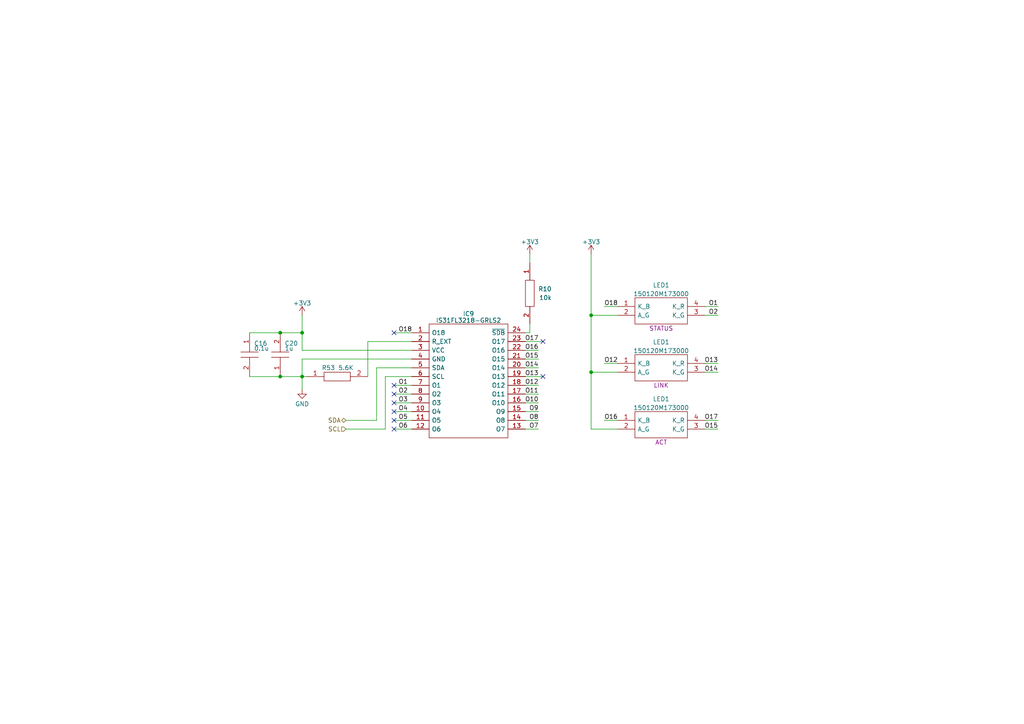
<source format=kicad_sch>
(kicad_sch (version 20230121) (generator eeschema)

  (uuid 58a64660-cce6-45a8-8aff-87ca4a7eb9d6)

  (paper "A4")

  (title_block
    (title "Oro Link")
    (date "2023-05-03")
    (rev "4")
    (company "Oro Operating System")
    (comment 1 "://oro.sh")
    (comment 2 "Joshua Lee Junon")
  )

  (lib_symbols
    (symbol "SamacSys_Parts:0603YD105KAT2A" (pin_names (offset 0.762)) (in_bom yes) (on_board yes)
      (property "Reference" "C" (at 8.89 6.35 0)
        (effects (font (size 1.27 1.27)) (justify left))
      )
      (property "Value" "0603YD105KAT2A" (at 8.89 3.81 0)
        (effects (font (size 1.27 1.27)) (justify left))
      )
      (property "Footprint" "CAPC1608X90N" (at 8.89 1.27 0)
        (effects (font (size 1.27 1.27)) (justify left) hide)
      )
      (property "Datasheet" "http://datasheets.avx.com/cx5r.pdf" (at 8.89 -1.27 0)
        (effects (font (size 1.27 1.27)) (justify left) hide)
      )
      (property "Description" "AVX 1uF  /-10% 16 V dc X5R Dielectric SMD Ceramic Multilayer Capacitor 0603" (at 8.89 -3.81 0)
        (effects (font (size 1.27 1.27)) (justify left) hide)
      )
      (property "Height" "0.9" (at 8.89 -6.35 0)
        (effects (font (size 1.27 1.27)) (justify left) hide)
      )
      (property "Manufacturer_Name" "AVX" (at 8.89 -8.89 0)
        (effects (font (size 1.27 1.27)) (justify left) hide)
      )
      (property "Manufacturer_Part_Number" "0603YD105KAT2A" (at 8.89 -11.43 0)
        (effects (font (size 1.27 1.27)) (justify left) hide)
      )
      (property "Mouser Part Number" "581-0603YD105K" (at 8.89 -13.97 0)
        (effects (font (size 1.27 1.27)) (justify left) hide)
      )
      (property "Mouser Price/Stock" "https://www.mouser.co.uk/ProductDetail/AVX/0603YD105KAT2A?qs=Gc704lYbI0yxwip%252B5td8dA%3D%3D" (at 8.89 -16.51 0)
        (effects (font (size 1.27 1.27)) (justify left) hide)
      )
      (property "Arrow Part Number" "0603YD105KAT2A" (at 8.89 -19.05 0)
        (effects (font (size 1.27 1.27)) (justify left) hide)
      )
      (property "Arrow Price/Stock" "https://www.arrow.com/en/products/0603yd105kat2a/avx" (at 8.89 -21.59 0)
        (effects (font (size 1.27 1.27)) (justify left) hide)
      )
      (property "ki_description" "AVX 1uF  /-10% 16 V dc X5R Dielectric SMD Ceramic Multilayer Capacitor 0603" (at 0 0 0)
        (effects (font (size 1.27 1.27)) hide)
      )
      (symbol "0603YD105KAT2A_0_0"
        (pin passive line (at 0 0 0) (length 5.08)
          (name "~" (effects (font (size 1.27 1.27))))
          (number "1" (effects (font (size 1.27 1.27))))
        )
        (pin passive line (at 12.7 0 180) (length 5.08)
          (name "~" (effects (font (size 1.27 1.27))))
          (number "2" (effects (font (size 1.27 1.27))))
        )
      )
      (symbol "0603YD105KAT2A_0_1"
        (polyline
          (pts
            (xy 5.08 0)
            (xy 5.588 0)
          )
          (stroke (width 0.1524) (type solid))
          (fill (type none))
        )
        (polyline
          (pts
            (xy 5.588 2.54)
            (xy 5.588 -2.54)
          )
          (stroke (width 0.1524) (type solid))
          (fill (type none))
        )
        (polyline
          (pts
            (xy 7.112 0)
            (xy 7.62 0)
          )
          (stroke (width 0.1524) (type solid))
          (fill (type none))
        )
        (polyline
          (pts
            (xy 7.112 2.54)
            (xy 7.112 -2.54)
          )
          (stroke (width 0.1524) (type solid))
          (fill (type none))
        )
      )
    )
    (symbol "SamacSys_Parts:150120M173000" (pin_names (offset 0.762)) (in_bom yes) (on_board yes)
      (property "Reference" "LED" (at 21.59 7.62 0)
        (effects (font (size 1.27 1.27)) (justify left))
      )
      (property "Value" "150120M173000" (at 21.59 5.08 0)
        (effects (font (size 1.27 1.27)) (justify left))
      )
      (property "Footprint" "150120M173000" (at 21.59 2.54 0)
        (effects (font (size 1.27 1.27)) (justify left) hide)
      )
      (property "Datasheet" "https://www.we-online.com/catalog/datasheet/150120M173000.pdf" (at 21.59 0 0)
        (effects (font (size 1.27 1.27)) (justify left) hide)
      )
      (property "Description" "Standard LEDs - SMD WL-SFCW SMT Full-color Chip LED waterclear 1206 RGB" (at 21.59 -2.54 0)
        (effects (font (size 1.27 1.27)) (justify left) hide)
      )
      (property "Height" "0.85" (at 21.59 -5.08 0)
        (effects (font (size 1.27 1.27)) (justify left) hide)
      )
      (property "Manufacturer_Name" "Wurth Elektronik" (at 21.59 -7.62 0)
        (effects (font (size 1.27 1.27)) (justify left) hide)
      )
      (property "Manufacturer_Part_Number" "150120M173000" (at 21.59 -10.16 0)
        (effects (font (size 1.27 1.27)) (justify left) hide)
      )
      (property "Mouser Part Number" "710-150120M173000" (at 21.59 -12.7 0)
        (effects (font (size 1.27 1.27)) (justify left) hide)
      )
      (property "Mouser Price/Stock" "https://www.mouser.co.uk/ProductDetail/Wurth-Elektronik/150120M173000?qs=GedFDFLaBXG2uqjQCP7dEg%3D%3D" (at 21.59 -15.24 0)
        (effects (font (size 1.27 1.27)) (justify left) hide)
      )
      (property "Arrow Part Number" "" (at 21.59 -17.78 0)
        (effects (font (size 1.27 1.27)) (justify left) hide)
      )
      (property "Arrow Price/Stock" "" (at 21.59 -20.32 0)
        (effects (font (size 1.27 1.27)) (justify left) hide)
      )
      (property "Mouser Testing Part Number" "" (at 21.59 -22.86 0)
        (effects (font (size 1.27 1.27)) (justify left) hide)
      )
      (property "Mouser Testing Price/Stock" "" (at 21.59 -25.4 0)
        (effects (font (size 1.27 1.27)) (justify left) hide)
      )
      (property "ki_description" "Standard LEDs - SMD WL-SFCW SMT Full-color Chip LED waterclear 1206 RGB" (at 0 0 0)
        (effects (font (size 1.27 1.27)) hide)
      )
      (symbol "150120M173000_0_0"
        (pin passive line (at 0 0 0) (length 5.08)
          (name "K_B" (effects (font (size 1.27 1.27))))
          (number "1" (effects (font (size 1.27 1.27))))
        )
        (pin passive line (at 0 -2.54 0) (length 5.08)
          (name "A_G" (effects (font (size 1.27 1.27))))
          (number "2" (effects (font (size 1.27 1.27))))
        )
        (pin passive line (at 25.4 -2.54 180) (length 5.08)
          (name "K_G" (effects (font (size 1.27 1.27))))
          (number "3" (effects (font (size 1.27 1.27))))
        )
        (pin passive line (at 25.4 0 180) (length 5.08)
          (name "K_R" (effects (font (size 1.27 1.27))))
          (number "4" (effects (font (size 1.27 1.27))))
        )
      )
      (symbol "150120M173000_0_1"
        (polyline
          (pts
            (xy 5.08 2.54)
            (xy 20.32 2.54)
            (xy 20.32 -5.08)
            (xy 5.08 -5.08)
            (xy 5.08 2.54)
          )
          (stroke (width 0.1524) (type default))
          (fill (type none))
        )
      )
    )
    (symbol "SamacSys_Parts:CRGP0402F5K6" (pin_names (offset 0.762)) (in_bom yes) (on_board yes)
      (property "Reference" "R" (at 13.97 6.35 0)
        (effects (font (size 1.27 1.27)) (justify left))
      )
      (property "Value" "CRGP0402F5K6" (at 13.97 3.81 0)
        (effects (font (size 1.27 1.27)) (justify left))
      )
      (property "Footprint" "RESC1105X40N" (at 13.97 1.27 0)
        (effects (font (size 1.27 1.27)) (justify left) hide)
      )
      (property "Datasheet" "https://www.mouser.de/datasheet/2/418/8/ENG_DS_9_1773463_9_B-1358566.pdf" (at 13.97 -1.27 0)
        (effects (font (size 1.27 1.27)) (justify left) hide)
      )
      (property "Description" "5.6k 0402 Thick Film Resistor +/-1% 0.12W CRGP0402F5K6" (at 13.97 -3.81 0)
        (effects (font (size 1.27 1.27)) (justify left) hide)
      )
      (property "Height" "0.4" (at 13.97 -6.35 0)
        (effects (font (size 1.27 1.27)) (justify left) hide)
      )
      (property "Manufacturer_Name" "TE Connectivity" (at 13.97 -8.89 0)
        (effects (font (size 1.27 1.27)) (justify left) hide)
      )
      (property "Manufacturer_Part_Number" "CRGP0402F5K6" (at 13.97 -11.43 0)
        (effects (font (size 1.27 1.27)) (justify left) hide)
      )
      (property "Mouser Part Number" "" (at 13.97 -13.97 0)
        (effects (font (size 1.27 1.27)) (justify left) hide)
      )
      (property "Mouser Price/Stock" "" (at 13.97 -16.51 0)
        (effects (font (size 1.27 1.27)) (justify left) hide)
      )
      (property "Arrow Part Number" "" (at 13.97 -19.05 0)
        (effects (font (size 1.27 1.27)) (justify left) hide)
      )
      (property "Arrow Price/Stock" "" (at 13.97 -21.59 0)
        (effects (font (size 1.27 1.27)) (justify left) hide)
      )
      (property "ki_description" "5.6k 0402 Thick Film Resistor +/-1% 0.12W CRGP0402F5K6" (at 0 0 0)
        (effects (font (size 1.27 1.27)) hide)
      )
      (symbol "CRGP0402F5K6_0_0"
        (pin passive line (at 0 0 0) (length 5.08)
          (name "~" (effects (font (size 1.27 1.27))))
          (number "1" (effects (font (size 1.27 1.27))))
        )
        (pin passive line (at 17.78 0 180) (length 5.08)
          (name "~" (effects (font (size 1.27 1.27))))
          (number "2" (effects (font (size 1.27 1.27))))
        )
      )
      (symbol "CRGP0402F5K6_0_1"
        (polyline
          (pts
            (xy 5.08 1.27)
            (xy 12.7 1.27)
            (xy 12.7 -1.27)
            (xy 5.08 -1.27)
            (xy 5.08 1.27)
          )
          (stroke (width 0.1524) (type solid))
          (fill (type none))
        )
      )
    )
    (symbol "SamacSys_Parts:IS31FL3218-GRLS2" (pin_names (offset 0.762)) (in_bom yes) (on_board yes)
      (property "Reference" "IC" (at 29.21 7.62 0)
        (effects (font (size 1.27 1.27)) (justify left))
      )
      (property "Value" "IS31FL3218-GRLS2" (at 29.21 5.08 0)
        (effects (font (size 1.27 1.27)) (justify left))
      )
      (property "Footprint" "SOIC127P1036X265-24N" (at 29.21 2.54 0)
        (effects (font (size 1.27 1.27)) (justify left) hide)
      )
      (property "Datasheet" "https://www.mouser.de/datasheet/2/198/IS31FL3218_DS-1949531.pdf" (at 29.21 0 0)
        (effects (font (size 1.27 1.27)) (justify left) hide)
      )
      (property "Description" "IC LED DRIVER 18CH CC PWM 24SOIC" (at 29.21 -2.54 0)
        (effects (font (size 1.27 1.27)) (justify left) hide)
      )
      (property "Height" "2.65" (at 29.21 -5.08 0)
        (effects (font (size 1.27 1.27)) (justify left) hide)
      )
      (property "Manufacturer_Name" "Lumissil" (at 29.21 -7.62 0)
        (effects (font (size 1.27 1.27)) (justify left) hide)
      )
      (property "Manufacturer_Part_Number" "IS31FL3218-GRLS2" (at 29.21 -10.16 0)
        (effects (font (size 1.27 1.27)) (justify left) hide)
      )
      (property "Mouser Part Number" "" (at 29.21 -12.7 0)
        (effects (font (size 1.27 1.27)) (justify left) hide)
      )
      (property "Mouser Price/Stock" "" (at 29.21 -15.24 0)
        (effects (font (size 1.27 1.27)) (justify left) hide)
      )
      (property "Arrow Part Number" "" (at 29.21 -17.78 0)
        (effects (font (size 1.27 1.27)) (justify left) hide)
      )
      (property "Arrow Price/Stock" "" (at 29.21 -20.32 0)
        (effects (font (size 1.27 1.27)) (justify left) hide)
      )
      (property "ki_description" "IC LED DRIVER 18CH CC PWM 24SOIC" (at 0 0 0)
        (effects (font (size 1.27 1.27)) hide)
      )
      (symbol "IS31FL3218-GRLS2_0_0"
        (pin passive line (at 0 0 0) (length 5.08)
          (name "O18" (effects (font (size 1.27 1.27))))
          (number "1" (effects (font (size 1.27 1.27))))
        )
        (pin passive line (at 0 -22.86 0) (length 5.08)
          (name "O4" (effects (font (size 1.27 1.27))))
          (number "10" (effects (font (size 1.27 1.27))))
        )
        (pin passive line (at 0 -25.4 0) (length 5.08)
          (name "O5" (effects (font (size 1.27 1.27))))
          (number "11" (effects (font (size 1.27 1.27))))
        )
        (pin passive line (at 0 -27.94 0) (length 5.08)
          (name "O6" (effects (font (size 1.27 1.27))))
          (number "12" (effects (font (size 1.27 1.27))))
        )
        (pin passive line (at 33.02 -27.94 180) (length 5.08)
          (name "O7" (effects (font (size 1.27 1.27))))
          (number "13" (effects (font (size 1.27 1.27))))
        )
        (pin passive line (at 33.02 -25.4 180) (length 5.08)
          (name "O8" (effects (font (size 1.27 1.27))))
          (number "14" (effects (font (size 1.27 1.27))))
        )
        (pin passive line (at 33.02 -22.86 180) (length 5.08)
          (name "O9" (effects (font (size 1.27 1.27))))
          (number "15" (effects (font (size 1.27 1.27))))
        )
        (pin passive line (at 33.02 -20.32 180) (length 5.08)
          (name "O10" (effects (font (size 1.27 1.27))))
          (number "16" (effects (font (size 1.27 1.27))))
        )
        (pin passive line (at 33.02 -17.78 180) (length 5.08)
          (name "O11" (effects (font (size 1.27 1.27))))
          (number "17" (effects (font (size 1.27 1.27))))
        )
        (pin passive line (at 33.02 -15.24 180) (length 5.08)
          (name "O12" (effects (font (size 1.27 1.27))))
          (number "18" (effects (font (size 1.27 1.27))))
        )
        (pin passive line (at 33.02 -12.7 180) (length 5.08)
          (name "O13" (effects (font (size 1.27 1.27))))
          (number "19" (effects (font (size 1.27 1.27))))
        )
        (pin passive line (at 0 -2.54 0) (length 5.08)
          (name "R_EXT" (effects (font (size 1.27 1.27))))
          (number "2" (effects (font (size 1.27 1.27))))
        )
        (pin passive line (at 33.02 -10.16 180) (length 5.08)
          (name "O14" (effects (font (size 1.27 1.27))))
          (number "20" (effects (font (size 1.27 1.27))))
        )
        (pin passive line (at 33.02 -7.62 180) (length 5.08)
          (name "O15" (effects (font (size 1.27 1.27))))
          (number "21" (effects (font (size 1.27 1.27))))
        )
        (pin passive line (at 33.02 -5.08 180) (length 5.08)
          (name "O16" (effects (font (size 1.27 1.27))))
          (number "22" (effects (font (size 1.27 1.27))))
        )
        (pin passive line (at 33.02 -2.54 180) (length 5.08)
          (name "O17" (effects (font (size 1.27 1.27))))
          (number "23" (effects (font (size 1.27 1.27))))
        )
        (pin input line (at 33.02 0 180) (length 5.08)
          (name "~{SDB}" (effects (font (size 1.27 1.27))))
          (number "24" (effects (font (size 1.27 1.27))))
        )
        (pin power_in line (at 0 -5.08 0) (length 5.08)
          (name "VCC" (effects (font (size 1.27 1.27))))
          (number "3" (effects (font (size 1.27 1.27))))
        )
        (pin power_in line (at 0 -7.62 0) (length 5.08)
          (name "GND" (effects (font (size 1.27 1.27))))
          (number "4" (effects (font (size 1.27 1.27))))
        )
        (pin bidirectional line (at 0 -10.16 0) (length 5.08)
          (name "SDA" (effects (font (size 1.27 1.27))))
          (number "5" (effects (font (size 1.27 1.27))))
        )
        (pin input line (at 0 -12.7 0) (length 5.08)
          (name "SCL" (effects (font (size 1.27 1.27))))
          (number "6" (effects (font (size 1.27 1.27))))
        )
        (pin passive line (at 0 -15.24 0) (length 5.08)
          (name "O1" (effects (font (size 1.27 1.27))))
          (number "7" (effects (font (size 1.27 1.27))))
        )
        (pin passive line (at 0 -17.78 0) (length 5.08)
          (name "O2" (effects (font (size 1.27 1.27))))
          (number "8" (effects (font (size 1.27 1.27))))
        )
        (pin passive line (at 0 -20.32 0) (length 5.08)
          (name "O3" (effects (font (size 1.27 1.27))))
          (number "9" (effects (font (size 1.27 1.27))))
        )
      )
      (symbol "IS31FL3218-GRLS2_0_1"
        (polyline
          (pts
            (xy 5.08 2.54)
            (xy 27.94 2.54)
            (xy 27.94 -30.48)
            (xy 5.08 -30.48)
            (xy 5.08 2.54)
          )
          (stroke (width 0.1524) (type solid))
          (fill (type none))
        )
      )
    )
    (symbol "SamacSys_Parts:MSAST1L3YB5104KFNA01" (pin_names (offset 0.762)) (in_bom yes) (on_board yes)
      (property "Reference" "C" (at 8.89 6.35 0)
        (effects (font (size 1.27 1.27)) (justify left))
      )
      (property "Value" "MSAST1L3YB5104KFNA01" (at 8.89 3.81 0)
        (effects (font (size 1.27 1.27)) (justify left))
      )
      (property "Footprint" "CAPC1005X33N" (at 8.89 1.27 0)
        (effects (font (size 1.27 1.27)) (justify left) hide)
      )
      (property "Datasheet" "https://www.mouser.de/datasheet/2/396/TaiyoYuden_MSAST1L3YB5104KFNA01_SS-3009733.pdf" (at 8.89 -1.27 0)
        (effects (font (size 1.27 1.27)) (justify left) hide)
      )
      (property "Description" "Multilayer Ceramic Capacitors MLCC - SMD/SMT 0402 25VDC 0.1uF 10% X5R" (at 8.89 -3.81 0)
        (effects (font (size 1.27 1.27)) (justify left) hide)
      )
      (property "Height" "0.33" (at 8.89 -6.35 0)
        (effects (font (size 1.27 1.27)) (justify left) hide)
      )
      (property "Manufacturer_Name" "TAIYO YUDEN" (at 8.89 -8.89 0)
        (effects (font (size 1.27 1.27)) (justify left) hide)
      )
      (property "Manufacturer_Part_Number" "MSAST1L3YB5104KFNA01" (at 8.89 -11.43 0)
        (effects (font (size 1.27 1.27)) (justify left) hide)
      )
      (property "Mouser Part Number" "" (at 8.89 -13.97 0)
        (effects (font (size 1.27 1.27)) (justify left) hide)
      )
      (property "Mouser Price/Stock" "" (at 8.89 -16.51 0)
        (effects (font (size 1.27 1.27)) (justify left) hide)
      )
      (property "Arrow Part Number" "" (at 8.89 -19.05 0)
        (effects (font (size 1.27 1.27)) (justify left) hide)
      )
      (property "Arrow Price/Stock" "" (at 8.89 -21.59 0)
        (effects (font (size 1.27 1.27)) (justify left) hide)
      )
      (property "ki_description" "Multilayer Ceramic Capacitors MLCC - SMD/SMT 0402 25VDC 0.1uF 10% X5R" (at 0 0 0)
        (effects (font (size 1.27 1.27)) hide)
      )
      (symbol "MSAST1L3YB5104KFNA01_0_0"
        (pin passive line (at 0 0 0) (length 5.08)
          (name "~" (effects (font (size 1.27 1.27))))
          (number "1" (effects (font (size 1.27 1.27))))
        )
        (pin passive line (at 12.7 0 180) (length 5.08)
          (name "~" (effects (font (size 1.27 1.27))))
          (number "2" (effects (font (size 1.27 1.27))))
        )
      )
      (symbol "MSAST1L3YB5104KFNA01_0_1"
        (polyline
          (pts
            (xy 5.08 0)
            (xy 5.588 0)
          )
          (stroke (width 0.1524) (type solid))
          (fill (type none))
        )
        (polyline
          (pts
            (xy 5.588 2.54)
            (xy 5.588 -2.54)
          )
          (stroke (width 0.1524) (type solid))
          (fill (type none))
        )
        (polyline
          (pts
            (xy 7.112 0)
            (xy 7.62 0)
          )
          (stroke (width 0.1524) (type solid))
          (fill (type none))
        )
        (polyline
          (pts
            (xy 7.112 2.54)
            (xy 7.112 -2.54)
          )
          (stroke (width 0.1524) (type solid))
          (fill (type none))
        )
      )
    )
    (symbol "SamacSys_Parts:RK73H1ETTP1002F" (pin_names (offset 0.762)) (in_bom yes) (on_board yes)
      (property "Reference" "R" (at 13.97 6.35 0)
        (effects (font (size 1.27 1.27)) (justify left))
      )
      (property "Value" "RK73H1ETTP1002F" (at 13.97 3.81 0)
        (effects (font (size 1.27 1.27)) (justify left))
      )
      (property "Footprint" "RESC1005X40N" (at 13.97 1.27 0)
        (effects (font (size 1.27 1.27)) (justify left) hide)
      )
      (property "Datasheet" "http://www.koaspeer.com/catimages/Products/RK73-RT/RK73-RT.pdf" (at 13.97 -1.27 0)
        (effects (font (size 1.27 1.27)) (justify left) hide)
      )
      (property "Description" "Resistor,ThickFilm1005,0.063W,10kohm" (at 13.97 -3.81 0)
        (effects (font (size 1.27 1.27)) (justify left) hide)
      )
      (property "Height" "0.4" (at 13.97 -6.35 0)
        (effects (font (size 1.27 1.27)) (justify left) hide)
      )
      (property "Manufacturer_Name" "KOA Speer" (at 13.97 -8.89 0)
        (effects (font (size 1.27 1.27)) (justify left) hide)
      )
      (property "Manufacturer_Part_Number" "RK73H1ETTP1002F" (at 13.97 -11.43 0)
        (effects (font (size 1.27 1.27)) (justify left) hide)
      )
      (property "Mouser Part Number" "660-RK73H1ETTP1002F" (at 13.97 -13.97 0)
        (effects (font (size 1.27 1.27)) (justify left) hide)
      )
      (property "Mouser Price/Stock" "https://www.mouser.co.uk/ProductDetail/KOA-Speer/RK73H1ETTP1002F?qs=uLfVlVfCHH2OZ4JTybrBPQ%3D%3D" (at 13.97 -16.51 0)
        (effects (font (size 1.27 1.27)) (justify left) hide)
      )
      (property "Arrow Part Number" "RK73H1ETTP1002F" (at 13.97 -19.05 0)
        (effects (font (size 1.27 1.27)) (justify left) hide)
      )
      (property "Arrow Price/Stock" "https://www.arrow.com/en/products/rk73h1ettp1002f/koa-speer-electronics?region=nac" (at 13.97 -21.59 0)
        (effects (font (size 1.27 1.27)) (justify left) hide)
      )
      (property "ki_description" "Resistor,ThickFilm1005,0.063W,10kohm" (at 0 0 0)
        (effects (font (size 1.27 1.27)) hide)
      )
      (symbol "RK73H1ETTP1002F_0_0"
        (pin passive line (at 0 0 0) (length 5.08)
          (name "~" (effects (font (size 1.27 1.27))))
          (number "1" (effects (font (size 1.27 1.27))))
        )
        (pin passive line (at 17.78 0 180) (length 5.08)
          (name "~" (effects (font (size 1.27 1.27))))
          (number "2" (effects (font (size 1.27 1.27))))
        )
      )
      (symbol "RK73H1ETTP1002F_0_1"
        (polyline
          (pts
            (xy 5.08 1.27)
            (xy 12.7 1.27)
            (xy 12.7 -1.27)
            (xy 5.08 -1.27)
            (xy 5.08 1.27)
          )
          (stroke (width 0.1524) (type solid))
          (fill (type none))
        )
      )
    )
    (symbol "power:+3V3" (power) (pin_names (offset 0)) (in_bom yes) (on_board yes)
      (property "Reference" "#PWR" (at 0 -3.81 0)
        (effects (font (size 1.27 1.27)) hide)
      )
      (property "Value" "+3V3" (at 0 3.556 0)
        (effects (font (size 1.27 1.27)))
      )
      (property "Footprint" "" (at 0 0 0)
        (effects (font (size 1.27 1.27)) hide)
      )
      (property "Datasheet" "" (at 0 0 0)
        (effects (font (size 1.27 1.27)) hide)
      )
      (property "ki_keywords" "global power" (at 0 0 0)
        (effects (font (size 1.27 1.27)) hide)
      )
      (property "ki_description" "Power symbol creates a global label with name \"+3V3\"" (at 0 0 0)
        (effects (font (size 1.27 1.27)) hide)
      )
      (symbol "+3V3_0_1"
        (polyline
          (pts
            (xy -0.762 1.27)
            (xy 0 2.54)
          )
          (stroke (width 0) (type default))
          (fill (type none))
        )
        (polyline
          (pts
            (xy 0 0)
            (xy 0 2.54)
          )
          (stroke (width 0) (type default))
          (fill (type none))
        )
        (polyline
          (pts
            (xy 0 2.54)
            (xy 0.762 1.27)
          )
          (stroke (width 0) (type default))
          (fill (type none))
        )
      )
      (symbol "+3V3_1_1"
        (pin power_in line (at 0 0 90) (length 0) hide
          (name "+3V3" (effects (font (size 1.27 1.27))))
          (number "1" (effects (font (size 1.27 1.27))))
        )
      )
    )
    (symbol "power:GND" (power) (pin_names (offset 0)) (in_bom yes) (on_board yes)
      (property "Reference" "#PWR" (at 0 -6.35 0)
        (effects (font (size 1.27 1.27)) hide)
      )
      (property "Value" "GND" (at 0 -3.81 0)
        (effects (font (size 1.27 1.27)))
      )
      (property "Footprint" "" (at 0 0 0)
        (effects (font (size 1.27 1.27)) hide)
      )
      (property "Datasheet" "" (at 0 0 0)
        (effects (font (size 1.27 1.27)) hide)
      )
      (property "ki_keywords" "global power" (at 0 0 0)
        (effects (font (size 1.27 1.27)) hide)
      )
      (property "ki_description" "Power symbol creates a global label with name \"GND\" , ground" (at 0 0 0)
        (effects (font (size 1.27 1.27)) hide)
      )
      (symbol "GND_0_1"
        (polyline
          (pts
            (xy 0 0)
            (xy 0 -1.27)
            (xy 1.27 -1.27)
            (xy 0 -2.54)
            (xy -1.27 -1.27)
            (xy 0 -1.27)
          )
          (stroke (width 0) (type default))
          (fill (type none))
        )
      )
      (symbol "GND_1_1"
        (pin power_in line (at 0 0 270) (length 0) hide
          (name "GND" (effects (font (size 1.27 1.27))))
          (number "1" (effects (font (size 1.27 1.27))))
        )
      )
    )
  )

  (junction (at 81.28 96.52) (diameter 0) (color 0 0 0 0)
    (uuid 13fd102a-ad36-4a70-9857-3c40af36b0d9)
  )
  (junction (at 87.63 96.52) (diameter 0) (color 0 0 0 0)
    (uuid 171fac52-950a-4976-ab8c-113d52b46de3)
  )
  (junction (at 81.28 109.22) (diameter 0) (color 0 0 0 0)
    (uuid 772f376a-00cd-4bf0-9293-61dc005add0b)
  )
  (junction (at 171.45 91.44) (diameter 0) (color 0 0 0 0)
    (uuid 82b650f6-2334-4536-882d-237f638c77b1)
  )
  (junction (at 87.63 109.22) (diameter 0) (color 0 0 0 0)
    (uuid db8dbad9-2d84-489d-948d-73a6f620cb43)
  )
  (junction (at 171.45 107.95) (diameter 0) (color 0 0 0 0)
    (uuid ec29210a-ab4c-415b-bc23-9e727bb2923a)
  )

  (no_connect (at 114.3 119.38) (uuid 204d8736-fb97-4931-91f1-dd5a5d61f498))
  (no_connect (at 114.3 114.3) (uuid 6ed62a9c-61e3-4d28-8b94-a1230dd65595))
  (no_connect (at 114.3 121.92) (uuid 7be36e0d-28db-4cdc-9e07-788c5057beef))
  (no_connect (at 114.3 124.46) (uuid 8a0a5d46-de95-4990-b143-8da469642645))
  (no_connect (at 157.48 99.06) (uuid 8aa7fe00-4b46-4145-a2c8-3fac503036cc))
  (no_connect (at 114.3 116.84) (uuid 9b5cd661-d01c-4f32-9988-ec4d4e52110e))
  (no_connect (at 114.3 96.52) (uuid a447c215-933d-4970-b6b0-feee2bef9e5a))
  (no_connect (at 114.3 111.76) (uuid cbac1c0c-02fa-4529-a1c0-49901af555e0))
  (no_connect (at 157.48 109.22) (uuid e33dfa35-9544-4658-bf19-044598923be9))

  (wire (pts (xy 208.28 107.95) (xy 204.47 107.95))
    (stroke (width 0) (type default))
    (uuid 03d1d5e4-fdd8-44e8-b167-50458f70e125)
  )
  (wire (pts (xy 87.63 109.22) (xy 87.63 113.03))
    (stroke (width 0) (type default))
    (uuid 0af3dae8-a8b3-43fc-be57-0160a93091d0)
  )
  (wire (pts (xy 156.21 111.76) (xy 152.4 111.76))
    (stroke (width 0) (type default))
    (uuid 0de68190-d87b-4f12-bd1d-288de782474f)
  )
  (wire (pts (xy 114.3 121.92) (xy 119.38 121.92))
    (stroke (width 0) (type default))
    (uuid 140a207b-8902-4309-934a-9e6be84d6747)
  )
  (wire (pts (xy 156.21 106.68) (xy 152.4 106.68))
    (stroke (width 0) (type default))
    (uuid 14be4124-f689-47b3-9f05-6ba53288b242)
  )
  (wire (pts (xy 175.26 105.41) (xy 179.07 105.41))
    (stroke (width 0) (type default))
    (uuid 18c76528-65c4-4928-bfca-29abd2666f88)
  )
  (wire (pts (xy 106.68 109.22) (xy 106.68 99.06))
    (stroke (width 0) (type default))
    (uuid 1a52e577-1977-47b1-aaf2-258678894cd7)
  )
  (wire (pts (xy 87.63 96.52) (xy 87.63 101.6))
    (stroke (width 0) (type default))
    (uuid 1f358278-4c39-41ce-bfdc-49916ded5565)
  )
  (wire (pts (xy 87.63 104.14) (xy 87.63 109.22))
    (stroke (width 0) (type default))
    (uuid 214df240-51b9-43d0-a03c-e2a280bbfe26)
  )
  (wire (pts (xy 87.63 104.14) (xy 119.38 104.14))
    (stroke (width 0) (type default))
    (uuid 23e1852a-8923-458b-8e66-9a3793ccc815)
  )
  (wire (pts (xy 114.3 96.52) (xy 119.38 96.52))
    (stroke (width 0) (type default))
    (uuid 271be595-dd4f-47e4-a71d-e052619e2c12)
  )
  (wire (pts (xy 72.39 96.52) (xy 81.28 96.52))
    (stroke (width 0) (type default))
    (uuid 306ce0e1-d2b1-4238-af16-796d3ae04dea)
  )
  (wire (pts (xy 153.67 96.52) (xy 153.67 93.98))
    (stroke (width 0) (type default))
    (uuid 3520ce0e-fd88-4e11-a292-36d9ac518488)
  )
  (wire (pts (xy 87.63 91.44) (xy 87.63 96.52))
    (stroke (width 0) (type default))
    (uuid 35b3ae30-0bb0-4797-a2a6-1aa21c0dc542)
  )
  (wire (pts (xy 100.33 121.92) (xy 109.22 121.92))
    (stroke (width 0) (type default))
    (uuid 36223cb0-bc72-4ee4-905c-6fb4b60c2bdb)
  )
  (wire (pts (xy 156.21 104.14) (xy 152.4 104.14))
    (stroke (width 0) (type default))
    (uuid 36a91a84-bb01-4d13-a54a-96d0a68f9d05)
  )
  (wire (pts (xy 208.28 91.44) (xy 204.47 91.44))
    (stroke (width 0) (type default))
    (uuid 38207a0c-bb77-4313-86d2-d15b08dcbafd)
  )
  (wire (pts (xy 156.21 114.3) (xy 152.4 114.3))
    (stroke (width 0) (type default))
    (uuid 39b9ddf8-d290-44ad-887c-48eb1a305b50)
  )
  (wire (pts (xy 208.28 124.46) (xy 204.47 124.46))
    (stroke (width 0) (type default))
    (uuid 413511e9-4d15-4366-b4e6-309845d932d9)
  )
  (wire (pts (xy 114.3 124.46) (xy 119.38 124.46))
    (stroke (width 0) (type default))
    (uuid 4301395e-0594-468f-8ff6-bc9a6dbccc57)
  )
  (wire (pts (xy 152.4 101.6) (xy 156.21 101.6))
    (stroke (width 0) (type default))
    (uuid 45705cd0-32a6-4ae5-bdb1-1f16e9d47a4a)
  )
  (wire (pts (xy 114.3 116.84) (xy 119.38 116.84))
    (stroke (width 0) (type default))
    (uuid 46f59524-1c93-4f50-8066-bcf94ae7cf5c)
  )
  (wire (pts (xy 156.21 119.38) (xy 152.4 119.38))
    (stroke (width 0) (type default))
    (uuid 4b0b5e2d-fa60-4405-8af7-82d29b5fd149)
  )
  (wire (pts (xy 171.45 107.95) (xy 171.45 124.46))
    (stroke (width 0) (type default))
    (uuid 58d83ee6-7a56-4414-8ea4-8e00b420d565)
  )
  (wire (pts (xy 119.38 109.22) (xy 111.76 109.22))
    (stroke (width 0) (type default))
    (uuid 5fe60a42-b8c6-4cad-bfad-06dece8fa877)
  )
  (wire (pts (xy 111.76 124.46) (xy 111.76 109.22))
    (stroke (width 0) (type default))
    (uuid 62f281d1-a4d6-4ab6-adfd-b4283cb90096)
  )
  (wire (pts (xy 152.4 96.52) (xy 153.67 96.52))
    (stroke (width 0) (type default))
    (uuid 63e421ba-4969-4b28-bdb4-ebfcf8af8c66)
  )
  (wire (pts (xy 153.67 73.66) (xy 153.67 76.2))
    (stroke (width 0) (type default))
    (uuid 65c9225f-23b9-479f-9a99-29663477e342)
  )
  (wire (pts (xy 208.28 88.9) (xy 204.47 88.9))
    (stroke (width 0) (type default))
    (uuid 6e80e271-a533-41da-8e1b-a90c071b5c53)
  )
  (wire (pts (xy 88.9 109.22) (xy 87.63 109.22))
    (stroke (width 0) (type default))
    (uuid 7175dd70-bbd2-44f8-a45f-a05478042d97)
  )
  (wire (pts (xy 171.45 107.95) (xy 179.07 107.95))
    (stroke (width 0) (type default))
    (uuid 746503cb-e911-41af-9cde-6f903535d5d4)
  )
  (wire (pts (xy 114.3 111.76) (xy 119.38 111.76))
    (stroke (width 0) (type default))
    (uuid 7bf381d0-f18f-477b-9ba4-b8c4c707b2cc)
  )
  (wire (pts (xy 171.45 91.44) (xy 171.45 107.95))
    (stroke (width 0) (type default))
    (uuid 9a27b163-2fcb-4954-9244-bc255399af90)
  )
  (wire (pts (xy 114.3 114.3) (xy 119.38 114.3))
    (stroke (width 0) (type default))
    (uuid 9b344b1d-7421-4143-9b0c-4194f783f246)
  )
  (wire (pts (xy 208.28 121.92) (xy 204.47 121.92))
    (stroke (width 0) (type default))
    (uuid 9d951af2-acbb-47cf-93f1-54376aeba195)
  )
  (wire (pts (xy 81.28 109.22) (xy 87.63 109.22))
    (stroke (width 0) (type default))
    (uuid a18c7c62-19c5-4ce0-bafa-4a3453a83298)
  )
  (wire (pts (xy 171.45 91.44) (xy 179.07 91.44))
    (stroke (width 0) (type default))
    (uuid a48e36ef-75f3-462b-959a-4bcbd5a97c9f)
  )
  (wire (pts (xy 87.63 101.6) (xy 119.38 101.6))
    (stroke (width 0) (type default))
    (uuid ab9a3944-37db-44e0-b699-19a39e53187d)
  )
  (wire (pts (xy 171.45 73.66) (xy 171.45 91.44))
    (stroke (width 0) (type default))
    (uuid afcf14ca-256c-4398-822f-30750616cea0)
  )
  (wire (pts (xy 156.21 124.46) (xy 152.4 124.46))
    (stroke (width 0) (type default))
    (uuid b0d042b7-9e06-4698-a547-b5a28324fe96)
  )
  (wire (pts (xy 106.68 99.06) (xy 119.38 99.06))
    (stroke (width 0) (type default))
    (uuid b4441938-edea-4cd7-a403-3c0f88a87f45)
  )
  (wire (pts (xy 72.39 109.22) (xy 81.28 109.22))
    (stroke (width 0) (type default))
    (uuid cc086c5f-ae09-4814-a4fe-9aa2310449b0)
  )
  (wire (pts (xy 156.21 116.84) (xy 152.4 116.84))
    (stroke (width 0) (type default))
    (uuid cea07cd1-1b64-4c4d-bd68-488798c2b998)
  )
  (wire (pts (xy 175.26 88.9) (xy 179.07 88.9))
    (stroke (width 0) (type default))
    (uuid d45aefca-39c9-4f0a-adc6-578572133075)
  )
  (wire (pts (xy 109.22 121.92) (xy 109.22 106.68))
    (stroke (width 0) (type default))
    (uuid dadb7236-49d6-4520-af1d-a738ebbf9c7e)
  )
  (wire (pts (xy 114.3 119.38) (xy 119.38 119.38))
    (stroke (width 0) (type default))
    (uuid db33e589-b27a-44b0-8782-2f18ccf9a910)
  )
  (wire (pts (xy 152.4 99.06) (xy 157.48 99.06))
    (stroke (width 0) (type default))
    (uuid db3bea07-0d4f-4bf2-8abf-058e0397e399)
  )
  (wire (pts (xy 208.28 105.41) (xy 204.47 105.41))
    (stroke (width 0) (type default))
    (uuid dc75e202-49f4-4cfb-8df5-3ff90167c11d)
  )
  (wire (pts (xy 100.33 124.46) (xy 111.76 124.46))
    (stroke (width 0) (type default))
    (uuid e4589400-ebce-4d8f-aecd-ba02cb11aa8f)
  )
  (wire (pts (xy 175.26 121.92) (xy 179.07 121.92))
    (stroke (width 0) (type default))
    (uuid e4c53e2f-3efe-4333-a1f1-f429cbbd4417)
  )
  (wire (pts (xy 157.48 109.22) (xy 152.4 109.22))
    (stroke (width 0) (type default))
    (uuid e6ba4479-f2f6-4ae5-9095-465b194fc98d)
  )
  (wire (pts (xy 171.45 124.46) (xy 179.07 124.46))
    (stroke (width 0) (type default))
    (uuid e7e14c07-f051-4b9e-ab65-a82080b16e63)
  )
  (wire (pts (xy 81.28 96.52) (xy 87.63 96.52))
    (stroke (width 0) (type default))
    (uuid e9c0d809-6b19-4dc1-a242-8461de181b18)
  )
  (wire (pts (xy 119.38 106.68) (xy 109.22 106.68))
    (stroke (width 0) (type default))
    (uuid f0a05c10-e4e3-4ecb-97f2-ecf30f6490d4)
  )
  (wire (pts (xy 156.21 121.92) (xy 152.4 121.92))
    (stroke (width 0) (type default))
    (uuid fc3ef6ec-210e-455b-99c6-6d13a8f64237)
  )

  (label "O17" (at 156.21 99.06 180) (fields_autoplaced)
    (effects (font (size 1.27 1.27)) (justify right bottom))
    (uuid 00d4a332-11fd-46aa-9c93-ba76fcbe44bd)
  )
  (label "O18" (at 115.57 96.52 0) (fields_autoplaced)
    (effects (font (size 1.27 1.27)) (justify left bottom))
    (uuid 02c42dc2-72b3-4b31-aa99-ac48994ef8ec)
  )
  (label "O2" (at 115.57 114.3 0) (fields_autoplaced)
    (effects (font (size 1.27 1.27)) (justify left bottom))
    (uuid 175e8e7f-d376-4125-b3cb-8199bb0995db)
  )
  (label "O2" (at 208.28 91.44 180) (fields_autoplaced)
    (effects (font (size 1.27 1.27)) (justify right bottom))
    (uuid 17ae9b99-fd1e-430f-9fff-ad4cf185acbd)
  )
  (label "O18" (at 175.26 88.9 0) (fields_autoplaced)
    (effects (font (size 1.27 1.27)) (justify left bottom))
    (uuid 1f94860c-d87e-4e04-b9d7-d68f697f1816)
  )
  (label "O12" (at 156.21 111.76 180) (fields_autoplaced)
    (effects (font (size 1.27 1.27)) (justify right bottom))
    (uuid 2685a3c1-3022-41ae-a5b5-8af03f95d723)
  )
  (label "O9" (at 156.21 119.38 180) (fields_autoplaced)
    (effects (font (size 1.27 1.27)) (justify right bottom))
    (uuid 39a377e1-662f-4b48-984a-563f0d355da9)
  )
  (label "O14" (at 156.21 106.68 180) (fields_autoplaced)
    (effects (font (size 1.27 1.27)) (justify right bottom))
    (uuid 3f75cdc1-3e22-4884-bc32-285df7fe0d93)
  )
  (label "O13" (at 156.21 109.22 180) (fields_autoplaced)
    (effects (font (size 1.27 1.27)) (justify right bottom))
    (uuid 4b3cf58a-58fa-4933-afb1-7722105ab56c)
  )
  (label "O6" (at 115.57 124.46 0) (fields_autoplaced)
    (effects (font (size 1.27 1.27)) (justify left bottom))
    (uuid 52b56f7e-ca6e-40e1-854d-f4eba0497dbe)
  )
  (label "O1" (at 208.28 88.9 180) (fields_autoplaced)
    (effects (font (size 1.27 1.27)) (justify right bottom))
    (uuid 5840ac3f-70bd-4080-af99-ba10d666310a)
  )
  (label "O11" (at 156.21 114.3 180) (fields_autoplaced)
    (effects (font (size 1.27 1.27)) (justify right bottom))
    (uuid 5dddaaec-3e33-4400-b739-205e94596456)
  )
  (label "O8" (at 156.21 121.92 180) (fields_autoplaced)
    (effects (font (size 1.27 1.27)) (justify right bottom))
    (uuid 6359e9d7-1329-48f9-9c42-2796747fd971)
  )
  (label "O3" (at 115.57 116.84 0) (fields_autoplaced)
    (effects (font (size 1.27 1.27)) (justify left bottom))
    (uuid 7155540f-1031-4c35-b1b5-0e26ff8024c4)
  )
  (label "O17" (at 208.28 121.92 180) (fields_autoplaced)
    (effects (font (size 1.27 1.27)) (justify right bottom))
    (uuid 79e6e054-dec5-406e-b44f-d7a4881b3abf)
  )
  (label "O16" (at 175.26 121.92 0) (fields_autoplaced)
    (effects (font (size 1.27 1.27)) (justify left bottom))
    (uuid 93a58d95-fee8-4b88-a045-a8fff75775be)
  )
  (label "O15" (at 208.28 124.46 180) (fields_autoplaced)
    (effects (font (size 1.27 1.27)) (justify right bottom))
    (uuid 94f0ee3b-cc5f-450e-aa08-b2b58cf4c3de)
  )
  (label "O5" (at 115.57 121.92 0) (fields_autoplaced)
    (effects (font (size 1.27 1.27)) (justify left bottom))
    (uuid a76e6253-6cb6-41ba-b727-665835bc8ad5)
  )
  (label "O4" (at 115.57 119.38 0) (fields_autoplaced)
    (effects (font (size 1.27 1.27)) (justify left bottom))
    (uuid a7b4057a-6454-4cee-8cd6-40af88d5931e)
  )
  (label "O16" (at 156.21 101.6 180) (fields_autoplaced)
    (effects (font (size 1.27 1.27)) (justify right bottom))
    (uuid ad50e52d-86ff-4424-a81f-ce1448425f29)
  )
  (label "O14" (at 208.28 107.95 180) (fields_autoplaced)
    (effects (font (size 1.27 1.27)) (justify right bottom))
    (uuid cabd889b-4486-455c-9f67-11238b45ff5a)
  )
  (label "O1" (at 115.57 111.76 0) (fields_autoplaced)
    (effects (font (size 1.27 1.27)) (justify left bottom))
    (uuid cf78e389-aac2-4ba7-b474-64b727076b23)
  )
  (label "O15" (at 156.21 104.14 180) (fields_autoplaced)
    (effects (font (size 1.27 1.27)) (justify right bottom))
    (uuid cfa07011-b955-48dc-8213-fede5b34f93a)
  )
  (label "O7" (at 156.21 124.46 180) (fields_autoplaced)
    (effects (font (size 1.27 1.27)) (justify right bottom))
    (uuid d913aa29-7373-47da-a084-f8294b9526fb)
  )
  (label "O12" (at 175.26 105.41 0) (fields_autoplaced)
    (effects (font (size 1.27 1.27)) (justify left bottom))
    (uuid e0cfef6a-0be6-495f-ae68-f83a3a741a19)
  )
  (label "O13" (at 208.28 105.41 180) (fields_autoplaced)
    (effects (font (size 1.27 1.27)) (justify right bottom))
    (uuid ea5e3194-e150-4e5a-91b4-1d56f042a7f9)
  )
  (label "O10" (at 156.21 116.84 180) (fields_autoplaced)
    (effects (font (size 1.27 1.27)) (justify right bottom))
    (uuid f8cdac26-3916-46e5-bdb5-9b6c34c819a3)
  )

  (hierarchical_label "SCL" (shape input) (at 100.33 124.46 180) (fields_autoplaced)
    (effects (font (size 1.27 1.27)) (justify right))
    (uuid 0db82a9c-b1d8-4166-b7e6-99b8e56a1b8a)
  )
  (hierarchical_label "SDA" (shape bidirectional) (at 100.33 121.92 180) (fields_autoplaced)
    (effects (font (size 1.27 1.27)) (justify right))
    (uuid 8237a422-e62f-456a-a0bc-6d034ddd8194)
  )

  (symbol (lib_id "SamacSys_Parts:0603YD105KAT2A") (at 81.28 109.22 90) (unit 1)
    (in_bom yes) (on_board yes) (dnp no)
    (uuid 22ae74f6-e358-4e88-89bd-21a35efc8637)
    (property "Reference" "C20" (at 82.55 100.33 90)
      (effects (font (size 1.27 1.27)) (justify right top))
    )
    (property "Value" "1u" (at 82.55 100.33 90)
      (effects (font (size 1.27 1.27)) (justify right bottom))
    )
    (property "Footprint" "SamacSys_Parts:CAPC1608X90N" (at 80.01 100.33 0)
      (effects (font (size 1.27 1.27)) (justify left) hide)
    )
    (property "Datasheet" "http://datasheets.avx.com/cx5r.pdf" (at 82.55 100.33 0)
      (effects (font (size 1.27 1.27)) (justify left) hide)
    )
    (property "Description" "AVX 1uF  /-10% 16 V dc X5R Dielectric SMD Ceramic Multilayer Capacitor 0603" (at 85.09 100.33 0)
      (effects (font (size 1.27 1.27)) (justify left) hide)
    )
    (property "Height" "0.9" (at 87.63 100.33 0)
      (effects (font (size 1.27 1.27)) (justify left) hide)
    )
    (property "Manufacturer_Name" "AVX" (at 90.17 100.33 0)
      (effects (font (size 1.27 1.27)) (justify left) hide)
    )
    (property "Manufacturer_Part_Number" "0603YD105KAT2A" (at 92.71 100.33 0)
      (effects (font (size 1.27 1.27)) (justify left) hide)
    )
    (property "Mouser Part Number" "581-0603YD105K" (at 95.25 100.33 0)
      (effects (font (size 1.27 1.27)) (justify left) hide)
    )
    (property "Mouser Price/Stock" "https://www.mouser.co.uk/ProductDetail/AVX/0603YD105KAT2A?qs=Gc704lYbI0yxwip%252B5td8dA%3D%3D" (at 97.79 100.33 0)
      (effects (font (size 1.27 1.27)) (justify left) hide)
    )
    (property "Arrow Part Number" "0603YD105KAT2A" (at 100.33 100.33 0)
      (effects (font (size 1.27 1.27)) (justify left) hide)
    )
    (property "Arrow Price/Stock" "https://www.arrow.com/en/products/0603yd105kat2a/avx" (at 102.87 100.33 0)
      (effects (font (size 1.27 1.27)) (justify left) hide)
    )
    (pin "1" (uuid 937abfda-33b4-4e91-886d-2a1d078a0273))
    (pin "2" (uuid 29304744-864f-4333-91de-b75e1f913a7f))
    (instances
      (project "Oro Testbed v2"
        (path "/3d0fc623-63eb-45e5-a304-e470d9b3a173"
          (reference "C20") (unit 1)
        )
        (path "/3d0fc623-63eb-45e5-a304-e470d9b3a173/7310340d-2c15-4c32-b17d-f4923dae9f8e"
          (reference "C2") (unit 1)
        )
      )
      (project "OroLink"
        (path "/e89dcd22-1250-4a5b-b778-1c95a0dd623d/1b3eede1-74b0-4c0b-b4f1-7ec1bfc1f54f"
          (reference "C18") (unit 1)
        )
        (path "/e89dcd22-1250-4a5b-b778-1c95a0dd623d/49c51f54-e113-47ff-b1ad-86c9ad73cafa"
          (reference "C62") (unit 1)
        )
      )
    )
  )

  (symbol (lib_id "power:+3V3") (at 153.67 73.66 0) (unit 1)
    (in_bom yes) (on_board yes) (dnp no) (fields_autoplaced)
    (uuid 3080c7b0-9c32-48ab-ab54-796befe54231)
    (property "Reference" "#PWR085" (at 153.67 77.47 0)
      (effects (font (size 1.27 1.27)) hide)
    )
    (property "Value" "+3V3" (at 153.67 70.1581 0)
      (effects (font (size 1.27 1.27)))
    )
    (property "Footprint" "" (at 153.67 73.66 0)
      (effects (font (size 1.27 1.27)) hide)
    )
    (property "Datasheet" "" (at 153.67 73.66 0)
      (effects (font (size 1.27 1.27)) hide)
    )
    (pin "1" (uuid 8bd7730b-c3e9-4864-9508-df8f9fdba6d8))
    (instances
      (project "OroLink"
        (path "/e89dcd22-1250-4a5b-b778-1c95a0dd623d/49c51f54-e113-47ff-b1ad-86c9ad73cafa"
          (reference "#PWR085") (unit 1)
        )
      )
    )
  )

  (symbol (lib_id "SamacSys_Parts:150120M173000") (at 179.07 105.41 0) (unit 1)
    (in_bom yes) (on_board yes) (dnp no)
    (uuid 64a263b0-1e3b-4cfe-83a5-1f77dbe92b49)
    (property "Reference" "LED1" (at 191.77 99.221 0)
      (effects (font (size 1.27 1.27)))
    )
    (property "Value" "150120M173000" (at 191.77 101.7579 0)
      (effects (font (size 1.27 1.27)))
    )
    (property "Footprint" "150120M173000" (at 200.66 102.87 0)
      (effects (font (size 1.27 1.27)) (justify left) hide)
    )
    (property "Datasheet" "https://www.we-online.com/catalog/datasheet/150120M173000.pdf" (at 200.66 105.41 0)
      (effects (font (size 1.27 1.27)) (justify left) hide)
    )
    (property "Description" "Standard LEDs - SMD WL-SFCW SMT Full-color Chip LED waterclear 1206 RGB" (at 200.66 107.95 0)
      (effects (font (size 1.27 1.27)) (justify left) hide)
    )
    (property "Height" "0.85" (at 200.66 110.49 0)
      (effects (font (size 1.27 1.27)) (justify left) hide)
    )
    (property "Manufacturer_Name" "Wurth Elektronik" (at 200.66 113.03 0)
      (effects (font (size 1.27 1.27)) (justify left) hide)
    )
    (property "Manufacturer_Part_Number" "150120M173000" (at 200.66 115.57 0)
      (effects (font (size 1.27 1.27)) (justify left) hide)
    )
    (property "Mouser Part Number" "710-150120M173000" (at 200.66 118.11 0)
      (effects (font (size 1.27 1.27)) (justify left) hide)
    )
    (property "Mouser Price/Stock" "https://www.mouser.co.uk/ProductDetail/Wurth-Elektronik/150120M173000?qs=GedFDFLaBXG2uqjQCP7dEg%3D%3D" (at 200.66 120.65 0)
      (effects (font (size 1.27 1.27)) (justify left) hide)
    )
    (property "Arrow Part Number" "" (at 200.66 123.19 0)
      (effects (font (size 1.27 1.27)) (justify left) hide)
    )
    (property "Arrow Price/Stock" "" (at 200.66 125.73 0)
      (effects (font (size 1.27 1.27)) (justify left) hide)
    )
    (property "Mouser Testing Part Number" "" (at 200.66 128.27 0)
      (effects (font (size 1.27 1.27)) (justify left) hide)
    )
    (property "Mouser Testing Price/Stock" "" (at 200.66 130.81 0)
      (effects (font (size 1.27 1.27)) (justify left) hide)
    )
    (property "Note" "LINK" (at 191.77 111.76 0)
      (effects (font (size 1.27 1.27)))
    )
    (pin "1" (uuid 362336ab-88f8-496f-86df-78da103b2abf))
    (pin "2" (uuid d5de8a79-9576-498c-a907-9f23a0a8e8b9))
    (pin "3" (uuid ccddf5a0-fd8b-4693-860d-bda5f83c1e6b))
    (pin "4" (uuid 782097d2-74ad-4921-90fa-119cce71794a))
    (instances
      (project "Oro Testbed v2"
        (path "/3d0fc623-63eb-45e5-a304-e470d9b3a173"
          (reference "LED1") (unit 1)
        )
      )
      (project "IndicatorLights"
        (path "/6b2a1714-8093-4b71-9e9d-d776b72aa1d9"
          (reference "LED4") (unit 1)
        )
      )
      (project "OroLink"
        (path "/e89dcd22-1250-4a5b-b778-1c95a0dd623d/49c51f54-e113-47ff-b1ad-86c9ad73cafa"
          (reference "LED9") (unit 1)
        )
      )
    )
  )

  (symbol (lib_id "SamacSys_Parts:150120M173000") (at 179.07 121.92 0) (unit 1)
    (in_bom yes) (on_board yes) (dnp no)
    (uuid 6d1dd7da-d257-435d-8542-548736536bf3)
    (property "Reference" "LED1" (at 191.77 115.731 0)
      (effects (font (size 1.27 1.27)))
    )
    (property "Value" "150120M173000" (at 191.77 118.2679 0)
      (effects (font (size 1.27 1.27)))
    )
    (property "Footprint" "150120M173000" (at 200.66 119.38 0)
      (effects (font (size 1.27 1.27)) (justify left) hide)
    )
    (property "Datasheet" "https://www.we-online.com/catalog/datasheet/150120M173000.pdf" (at 200.66 121.92 0)
      (effects (font (size 1.27 1.27)) (justify left) hide)
    )
    (property "Description" "Standard LEDs - SMD WL-SFCW SMT Full-color Chip LED waterclear 1206 RGB" (at 200.66 124.46 0)
      (effects (font (size 1.27 1.27)) (justify left) hide)
    )
    (property "Height" "0.85" (at 200.66 127 0)
      (effects (font (size 1.27 1.27)) (justify left) hide)
    )
    (property "Manufacturer_Name" "Wurth Elektronik" (at 200.66 129.54 0)
      (effects (font (size 1.27 1.27)) (justify left) hide)
    )
    (property "Manufacturer_Part_Number" "150120M173000" (at 200.66 132.08 0)
      (effects (font (size 1.27 1.27)) (justify left) hide)
    )
    (property "Mouser Part Number" "710-150120M173000" (at 200.66 134.62 0)
      (effects (font (size 1.27 1.27)) (justify left) hide)
    )
    (property "Mouser Price/Stock" "https://www.mouser.co.uk/ProductDetail/Wurth-Elektronik/150120M173000?qs=GedFDFLaBXG2uqjQCP7dEg%3D%3D" (at 200.66 137.16 0)
      (effects (font (size 1.27 1.27)) (justify left) hide)
    )
    (property "Arrow Part Number" "" (at 200.66 139.7 0)
      (effects (font (size 1.27 1.27)) (justify left) hide)
    )
    (property "Arrow Price/Stock" "" (at 200.66 142.24 0)
      (effects (font (size 1.27 1.27)) (justify left) hide)
    )
    (property "Mouser Testing Part Number" "" (at 200.66 144.78 0)
      (effects (font (size 1.27 1.27)) (justify left) hide)
    )
    (property "Mouser Testing Price/Stock" "" (at 200.66 147.32 0)
      (effects (font (size 1.27 1.27)) (justify left) hide)
    )
    (property "Note" "ACT" (at 191.77 128.27 0)
      (effects (font (size 1.27 1.27)))
    )
    (pin "1" (uuid 4db23201-f9aa-4407-96d3-895407703b07))
    (pin "2" (uuid c6333970-7eef-4d45-b6fd-0f5b66394f7e))
    (pin "3" (uuid 7d46b74c-c889-4c40-8326-e893678914dc))
    (pin "4" (uuid 14f2eab6-e8fa-403a-b0f7-ce4e9a4b838e))
    (instances
      (project "Oro Testbed v2"
        (path "/3d0fc623-63eb-45e5-a304-e470d9b3a173"
          (reference "LED1") (unit 1)
        )
      )
      (project "IndicatorLights"
        (path "/6b2a1714-8093-4b71-9e9d-d776b72aa1d9"
          (reference "LED4") (unit 1)
        )
      )
      (project "OroLink"
        (path "/e89dcd22-1250-4a5b-b778-1c95a0dd623d/49c51f54-e113-47ff-b1ad-86c9ad73cafa"
          (reference "LED10") (unit 1)
        )
      )
    )
  )

  (symbol (lib_id "SamacSys_Parts:MSAST1L3YB5104KFNA01") (at 72.39 96.52 90) (mirror x) (unit 1)
    (in_bom yes) (on_board yes) (dnp no)
    (uuid 7f4662d9-3609-4ce2-8784-ce8e9f6f2a64)
    (property "Reference" "C16" (at 73.66 100.33 90)
      (effects (font (size 1.27 1.27)) (justify right bottom))
    )
    (property "Value" "0.1u" (at 73.66 100.33 90)
      (effects (font (size 1.27 1.27)) (justify right top))
    )
    (property "Footprint" "CAPC1005X33N" (at 71.12 105.41 0)
      (effects (font (size 1.27 1.27)) (justify left) hide)
    )
    (property "Datasheet" "https://www.mouser.de/datasheet/2/396/TaiyoYuden_MSAST1L3YB5104KFNA01_SS-3009733.pdf" (at 73.66 105.41 0)
      (effects (font (size 1.27 1.27)) (justify left) hide)
    )
    (property "Description" "Multilayer Ceramic Capacitors MLCC - SMD/SMT 0402 25VDC 0.1uF 10% X5R" (at 76.2 105.41 0)
      (effects (font (size 1.27 1.27)) (justify left) hide)
    )
    (property "Height" "0.33" (at 78.74 105.41 0)
      (effects (font (size 1.27 1.27)) (justify left) hide)
    )
    (property "Manufacturer_Name" "TAIYO YUDEN" (at 81.28 105.41 0)
      (effects (font (size 1.27 1.27)) (justify left) hide)
    )
    (property "Manufacturer_Part_Number" "MSAST1L3YB5104KFNA01" (at 83.82 105.41 0)
      (effects (font (size 1.27 1.27)) (justify left) hide)
    )
    (property "Mouser Part Number" "" (at 86.36 105.41 0)
      (effects (font (size 1.27 1.27)) (justify left) hide)
    )
    (property "Mouser Price/Stock" "" (at 88.9 105.41 0)
      (effects (font (size 1.27 1.27)) (justify left) hide)
    )
    (property "Arrow Part Number" "" (at 91.44 105.41 0)
      (effects (font (size 1.27 1.27)) (justify left) hide)
    )
    (property "Arrow Price/Stock" "" (at 93.98 105.41 0)
      (effects (font (size 1.27 1.27)) (justify left) hide)
    )
    (pin "1" (uuid 8772a729-1a44-40de-a927-60630fb54387))
    (pin "2" (uuid 75f81363-c341-4909-8498-a042d7c7f812))
    (instances
      (project "Oro Testbed v2"
        (path "/3d0fc623-63eb-45e5-a304-e470d9b3a173"
          (reference "C16") (unit 1)
        )
      )
      (project "OroLink"
        (path "/e89dcd22-1250-4a5b-b778-1c95a0dd623d/dd173832-34f8-47c0-be66-f527d6e2d134"
          (reference "C5") (unit 1)
        )
        (path "/e89dcd22-1250-4a5b-b778-1c95a0dd623d/49c51f54-e113-47ff-b1ad-86c9ad73cafa"
          (reference "C61") (unit 1)
        )
      )
    )
  )

  (symbol (lib_id "power:GND") (at 87.63 113.03 0) (unit 1)
    (in_bom yes) (on_board yes) (dnp no) (fields_autoplaced)
    (uuid 82d5a328-ee63-4374-a3d4-b3f67aa2133c)
    (property "Reference" "#PWR084" (at 87.63 119.38 0)
      (effects (font (size 1.27 1.27)) hide)
    )
    (property "Value" "GND" (at 87.63 117.1655 0)
      (effects (font (size 1.27 1.27)))
    )
    (property "Footprint" "" (at 87.63 113.03 0)
      (effects (font (size 1.27 1.27)) hide)
    )
    (property "Datasheet" "" (at 87.63 113.03 0)
      (effects (font (size 1.27 1.27)) hide)
    )
    (pin "1" (uuid b6466e4d-40df-421e-a051-d1852527f89f))
    (instances
      (project "OroLink"
        (path "/e89dcd22-1250-4a5b-b778-1c95a0dd623d/49c51f54-e113-47ff-b1ad-86c9ad73cafa"
          (reference "#PWR084") (unit 1)
        )
      )
    )
  )

  (symbol (lib_id "power:+3V3") (at 87.63 91.44 0) (unit 1)
    (in_bom yes) (on_board yes) (dnp no) (fields_autoplaced)
    (uuid 84a4d917-b97d-48a1-96f7-e251cde22e0e)
    (property "Reference" "#PWR083" (at 87.63 95.25 0)
      (effects (font (size 1.27 1.27)) hide)
    )
    (property "Value" "+3V3" (at 87.63 87.9381 0)
      (effects (font (size 1.27 1.27)))
    )
    (property "Footprint" "" (at 87.63 91.44 0)
      (effects (font (size 1.27 1.27)) hide)
    )
    (property "Datasheet" "" (at 87.63 91.44 0)
      (effects (font (size 1.27 1.27)) hide)
    )
    (pin "1" (uuid 48df6f41-c160-429b-a5ba-63c988f37ea5))
    (instances
      (project "OroLink"
        (path "/e89dcd22-1250-4a5b-b778-1c95a0dd623d/49c51f54-e113-47ff-b1ad-86c9ad73cafa"
          (reference "#PWR083") (unit 1)
        )
      )
    )
  )

  (symbol (lib_id "SamacSys_Parts:IS31FL3218-GRLS2") (at 119.38 96.52 0) (unit 1)
    (in_bom yes) (on_board yes) (dnp no) (fields_autoplaced)
    (uuid 9b6d448d-1d2d-4ff8-990a-635f51c786df)
    (property "Reference" "IC9" (at 135.89 91.0209 0)
      (effects (font (size 1.27 1.27)))
    )
    (property "Value" "IS31FL3218-GRLS2" (at 135.89 92.9419 0)
      (effects (font (size 1.27 1.27)))
    )
    (property "Footprint" "SOIC127P1036X265-24N" (at 148.59 93.98 0)
      (effects (font (size 1.27 1.27)) (justify left) hide)
    )
    (property "Datasheet" "https://www.mouser.de/datasheet/2/198/IS31FL3218_DS-1949531.pdf" (at 148.59 96.52 0)
      (effects (font (size 1.27 1.27)) (justify left) hide)
    )
    (property "Description" "IC LED DRIVER 18CH CC PWM 24SOIC" (at 148.59 99.06 0)
      (effects (font (size 1.27 1.27)) (justify left) hide)
    )
    (property "Height" "2.65" (at 148.59 101.6 0)
      (effects (font (size 1.27 1.27)) (justify left) hide)
    )
    (property "Manufacturer_Name" "Lumissil" (at 148.59 104.14 0)
      (effects (font (size 1.27 1.27)) (justify left) hide)
    )
    (property "Manufacturer_Part_Number" "IS31FL3218-GRLS2" (at 148.59 106.68 0)
      (effects (font (size 1.27 1.27)) (justify left) hide)
    )
    (property "Mouser Part Number" "870-IS31FL3218-GRLS2" (at 148.59 109.22 0)
      (effects (font (size 1.27 1.27)) (justify left) hide)
    )
    (property "Mouser Price/Stock" "https://www.mouser.de/ProductDetail/Lumissil/IS31FL3218-GRLS2?qs=iHGOLYL7GwC17lH0po6WyQ%3D%3D" (at 148.59 111.76 0)
      (effects (font (size 1.27 1.27)) (justify left) hide)
    )
    (property "Arrow Part Number" "" (at 148.59 114.3 0)
      (effects (font (size 1.27 1.27)) (justify left) hide)
    )
    (property "Arrow Price/Stock" "" (at 148.59 116.84 0)
      (effects (font (size 1.27 1.27)) (justify left) hide)
    )
    (pin "1" (uuid efbce207-05da-427c-8dcb-e488da0aa290))
    (pin "10" (uuid ab948d4c-e12d-4b28-a67e-ee62362de999))
    (pin "11" (uuid ce44017d-b184-499f-9246-16540f480ad8))
    (pin "12" (uuid 93db427c-0f77-429e-8396-597a0382f2c5))
    (pin "13" (uuid eda68b06-9d8e-4060-8abb-d1de61ebd2a3))
    (pin "14" (uuid 23de4f3f-8165-4155-b346-29efa43d12af))
    (pin "15" (uuid 017bc6d6-7b07-4c34-858a-df1b262d9247))
    (pin "16" (uuid 2fb8218f-f968-4f89-a5fa-31f268e507bb))
    (pin "17" (uuid 5ee10478-9312-412a-b082-2b6f368214ca))
    (pin "18" (uuid 89ad28c4-01a9-49da-a172-943914054365))
    (pin "19" (uuid bcbdc49a-07ca-4788-a44a-b8ddc1455e9a))
    (pin "2" (uuid adcfcfec-ca8b-4158-a76f-5ca4935eca01))
    (pin "20" (uuid a7854545-f734-4ed2-8a74-b8a44c912a26))
    (pin "21" (uuid 7ff0d1db-c79e-4d27-9e03-168b2c3951e0))
    (pin "22" (uuid 00c1b7e5-cda9-461a-a49e-a23295173d42))
    (pin "23" (uuid f5c77370-4aef-44f2-ba79-e200f28bd8fe))
    (pin "24" (uuid ccde239e-a703-46cb-a1fd-5f2b3f77df41))
    (pin "3" (uuid 943fa2f5-5168-438d-9fd9-41c343beef09))
    (pin "4" (uuid aeb9b0ac-6fee-42e3-872f-250da3bc719c))
    (pin "5" (uuid 42947343-d0a0-4c87-b4ba-779c7ef3901d))
    (pin "6" (uuid 3870da0a-f9a1-4353-a3d5-fe6c50bf48a0))
    (pin "7" (uuid befed831-7bce-4018-87e6-20263ca5f8f4))
    (pin "8" (uuid 5358c52c-0398-4727-9d27-863db03b8bab))
    (pin "9" (uuid 569d85da-7de6-4962-862e-c1525284d1c4))
    (instances
      (project "OroLink"
        (path "/e89dcd22-1250-4a5b-b778-1c95a0dd623d/49c51f54-e113-47ff-b1ad-86c9ad73cafa"
          (reference "IC9") (unit 1)
        )
      )
    )
  )

  (symbol (lib_id "SamacSys_Parts:RK73H1ETTP1002F") (at 153.67 76.2 270) (unit 1)
    (in_bom yes) (on_board yes) (dnp no)
    (uuid ad252e4c-f5e6-4abb-a309-5311489ddefd)
    (property "Reference" "R10" (at 160.02 83.82 90)
      (effects (font (size 1.27 1.27)) (justify right))
    )
    (property "Value" "10k" (at 160.02 86.36 90)
      (effects (font (size 1.27 1.27)) (justify right))
    )
    (property "Footprint" "RESC1005X40N" (at 154.94 90.17 0)
      (effects (font (size 1.27 1.27)) (justify left) hide)
    )
    (property "Datasheet" "http://www.koaspeer.com/catimages/Products/RK73-RT/RK73-RT.pdf" (at 152.4 90.17 0)
      (effects (font (size 1.27 1.27)) (justify left) hide)
    )
    (property "Description" "Resistor,ThickFilm1005,0.063W,10kohm" (at 149.86 90.17 0)
      (effects (font (size 1.27 1.27)) (justify left) hide)
    )
    (property "Height" "0.4" (at 147.32 90.17 0)
      (effects (font (size 1.27 1.27)) (justify left) hide)
    )
    (property "Manufacturer_Name" "KOA Speer" (at 144.78 90.17 0)
      (effects (font (size 1.27 1.27)) (justify left) hide)
    )
    (property "Manufacturer_Part_Number" "RK73H1ETTP1002F" (at 142.24 90.17 0)
      (effects (font (size 1.27 1.27)) (justify left) hide)
    )
    (property "Mouser Part Number" "660-RK73H1ETTP1002F" (at 139.7 90.17 0)
      (effects (font (size 1.27 1.27)) (justify left) hide)
    )
    (property "Mouser Price/Stock" "https://www.mouser.co.uk/ProductDetail/KOA-Speer/RK73H1ETTP1002F?qs=uLfVlVfCHH2OZ4JTybrBPQ%3D%3D" (at 137.16 90.17 0)
      (effects (font (size 1.27 1.27)) (justify left) hide)
    )
    (property "Arrow Part Number" "RK73H1ETTP1002F" (at 134.62 90.17 0)
      (effects (font (size 1.27 1.27)) (justify left) hide)
    )
    (property "Arrow Price/Stock" "https://www.arrow.com/en/products/rk73h1ettp1002f/koa-speer-electronics?region=nac" (at 132.08 90.17 0)
      (effects (font (size 1.27 1.27)) (justify left) hide)
    )
    (property "Mouser Testing Part Number" "" (at 129.54 90.17 0)
      (effects (font (size 1.27 1.27)) (justify left) hide)
    )
    (property "Mouser Testing Price/Stock" "" (at 127 90.17 0)
      (effects (font (size 1.27 1.27)) (justify left) hide)
    )
    (pin "1" (uuid 8157855b-ef28-4010-b55d-3410909db349))
    (pin "2" (uuid 17ce0eb7-2baa-4b05-ac12-e99bd3428147))
    (instances
      (project "Oro Testbed v2"
        (path "/3d0fc623-63eb-45e5-a304-e470d9b3a173"
          (reference "R10") (unit 1)
        )
        (path "/3d0fc623-63eb-45e5-a304-e470d9b3a173/7310340d-2c15-4c32-b17d-f4923dae9f8e"
          (reference "R8") (unit 1)
        )
      )
      (project "OroLink"
        (path "/e89dcd22-1250-4a5b-b778-1c95a0dd623d/1b3eede1-74b0-4c0b-b4f1-7ec1bfc1f54f"
          (reference "R16") (unit 1)
        )
        (path "/e89dcd22-1250-4a5b-b778-1c95a0dd623d/52771c01-2e58-4900-abe5-411f688d020f"
          (reference "R8") (unit 1)
        )
        (path "/e89dcd22-1250-4a5b-b778-1c95a0dd623d/7cebe953-3148-4b67-a6c9-1f2594261687"
          (reference "R20") (unit 1)
        )
        (path "/e89dcd22-1250-4a5b-b778-1c95a0dd623d/dd173832-34f8-47c0-be66-f527d6e2d134"
          (reference "R3") (unit 1)
        )
        (path "/e89dcd22-1250-4a5b-b778-1c95a0dd623d/49c51f54-e113-47ff-b1ad-86c9ad73cafa"
          (reference "R54") (unit 1)
        )
      )
    )
  )

  (symbol (lib_id "power:+3V3") (at 171.45 73.66 0) (unit 1)
    (in_bom yes) (on_board yes) (dnp no) (fields_autoplaced)
    (uuid ae61f096-0387-46e3-b834-00e54417d41d)
    (property "Reference" "#PWR086" (at 171.45 77.47 0)
      (effects (font (size 1.27 1.27)) hide)
    )
    (property "Value" "+3V3" (at 171.45 70.1581 0)
      (effects (font (size 1.27 1.27)))
    )
    (property "Footprint" "" (at 171.45 73.66 0)
      (effects (font (size 1.27 1.27)) hide)
    )
    (property "Datasheet" "" (at 171.45 73.66 0)
      (effects (font (size 1.27 1.27)) hide)
    )
    (pin "1" (uuid 682a3186-0121-4d53-ab2e-484159edc312))
    (instances
      (project "OroLink"
        (path "/e89dcd22-1250-4a5b-b778-1c95a0dd623d/49c51f54-e113-47ff-b1ad-86c9ad73cafa"
          (reference "#PWR086") (unit 1)
        )
      )
    )
  )

  (symbol (lib_id "SamacSys_Parts:150120M173000") (at 179.07 88.9 0) (unit 1)
    (in_bom yes) (on_board yes) (dnp no)
    (uuid d493d60c-8ee2-49a0-a023-3638f454fe0b)
    (property "Reference" "LED1" (at 191.77 82.711 0)
      (effects (font (size 1.27 1.27)))
    )
    (property "Value" "150120M173000" (at 191.77 85.2479 0)
      (effects (font (size 1.27 1.27)))
    )
    (property "Footprint" "150120M173000" (at 200.66 86.36 0)
      (effects (font (size 1.27 1.27)) (justify left) hide)
    )
    (property "Datasheet" "https://www.we-online.com/catalog/datasheet/150120M173000.pdf" (at 200.66 88.9 0)
      (effects (font (size 1.27 1.27)) (justify left) hide)
    )
    (property "Description" "Standard LEDs - SMD WL-SFCW SMT Full-color Chip LED waterclear 1206 RGB" (at 200.66 91.44 0)
      (effects (font (size 1.27 1.27)) (justify left) hide)
    )
    (property "Height" "0.85" (at 200.66 93.98 0)
      (effects (font (size 1.27 1.27)) (justify left) hide)
    )
    (property "Manufacturer_Name" "Wurth Elektronik" (at 200.66 96.52 0)
      (effects (font (size 1.27 1.27)) (justify left) hide)
    )
    (property "Manufacturer_Part_Number" "150120M173000" (at 200.66 99.06 0)
      (effects (font (size 1.27 1.27)) (justify left) hide)
    )
    (property "Mouser Part Number" "710-150120M173000" (at 200.66 101.6 0)
      (effects (font (size 1.27 1.27)) (justify left) hide)
    )
    (property "Mouser Price/Stock" "https://www.mouser.co.uk/ProductDetail/Wurth-Elektronik/150120M173000?qs=GedFDFLaBXG2uqjQCP7dEg%3D%3D" (at 200.66 104.14 0)
      (effects (font (size 1.27 1.27)) (justify left) hide)
    )
    (property "Arrow Part Number" "" (at 200.66 106.68 0)
      (effects (font (size 1.27 1.27)) (justify left) hide)
    )
    (property "Arrow Price/Stock" "" (at 200.66 109.22 0)
      (effects (font (size 1.27 1.27)) (justify left) hide)
    )
    (property "Mouser Testing Part Number" "" (at 200.66 111.76 0)
      (effects (font (size 1.27 1.27)) (justify left) hide)
    )
    (property "Mouser Testing Price/Stock" "" (at 200.66 114.3 0)
      (effects (font (size 1.27 1.27)) (justify left) hide)
    )
    (property "Note" "STATUS" (at 191.77 95.25 0)
      (effects (font (size 1.27 1.27)))
    )
    (pin "1" (uuid c475f58b-99aa-4a85-aa72-09d171a4b34f))
    (pin "2" (uuid 0786f49f-4e02-46ad-89de-a9578e3e9fd4))
    (pin "3" (uuid 17873b2a-259a-4536-a8c2-7eb3a95530ec))
    (pin "4" (uuid e715003f-af52-4f47-98d9-387104032d8b))
    (instances
      (project "Oro Testbed v2"
        (path "/3d0fc623-63eb-45e5-a304-e470d9b3a173"
          (reference "LED1") (unit 1)
        )
      )
      (project "IndicatorLights"
        (path "/6b2a1714-8093-4b71-9e9d-d776b72aa1d9"
          (reference "LED4") (unit 1)
        )
      )
      (project "OroLink"
        (path "/e89dcd22-1250-4a5b-b778-1c95a0dd623d/49c51f54-e113-47ff-b1ad-86c9ad73cafa"
          (reference "LED8") (unit 1)
        )
      )
    )
  )

  (symbol (lib_id "SamacSys_Parts:CRGP0402F5K6") (at 88.9 109.22 0) (unit 1)
    (in_bom yes) (on_board yes) (dnp no)
    (uuid fd1692da-86b4-414e-8aaa-79c8c9e20750)
    (property "Reference" "R53" (at 95.25 106.68 0)
      (effects (font (size 1.27 1.27)))
    )
    (property "Value" "5.6K" (at 100.33 106.68 0)
      (effects (font (size 1.27 1.27)))
    )
    (property "Footprint" "RESC1105X40N" (at 102.87 107.95 0)
      (effects (font (size 1.27 1.27)) (justify left) hide)
    )
    (property "Datasheet" "https://www.mouser.de/datasheet/2/418/8/ENG_DS_9_1773463_9_B-1358566.pdf" (at 102.87 110.49 0)
      (effects (font (size 1.27 1.27)) (justify left) hide)
    )
    (property "Description" "5.6k 0402 Thick Film Resistor +/-1% 0.12W CRGP0402F5K6" (at 102.87 113.03 0)
      (effects (font (size 1.27 1.27)) (justify left) hide)
    )
    (property "Height" "0.4" (at 102.87 115.57 0)
      (effects (font (size 1.27 1.27)) (justify left) hide)
    )
    (property "Manufacturer_Name" "TE Connectivity" (at 102.87 118.11 0)
      (effects (font (size 1.27 1.27)) (justify left) hide)
    )
    (property "Manufacturer_Part_Number" "CRGP0402F5K6" (at 102.87 120.65 0)
      (effects (font (size 1.27 1.27)) (justify left) hide)
    )
    (property "Mouser Part Number" "" (at 102.87 123.19 0)
      (effects (font (size 1.27 1.27)) (justify left) hide)
    )
    (property "Mouser Price/Stock" "" (at 102.87 125.73 0)
      (effects (font (size 1.27 1.27)) (justify left) hide)
    )
    (property "Arrow Part Number" "" (at 102.87 128.27 0)
      (effects (font (size 1.27 1.27)) (justify left) hide)
    )
    (property "Arrow Price/Stock" "" (at 102.87 130.81 0)
      (effects (font (size 1.27 1.27)) (justify left) hide)
    )
    (pin "1" (uuid 89d88260-ac3b-41e0-a882-d99db74285a5))
    (pin "2" (uuid 8388d1c0-e8b3-4f59-a084-496130261569))
    (instances
      (project "OroLink"
        (path "/e89dcd22-1250-4a5b-b778-1c95a0dd623d/49c51f54-e113-47ff-b1ad-86c9ad73cafa"
          (reference "R53") (unit 1)
        )
      )
    )
  )
)

</source>
